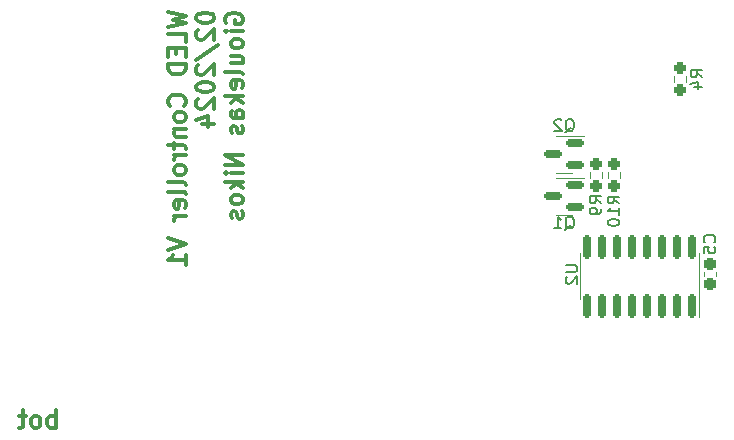
<source format=gbo>
G04 #@! TF.GenerationSoftware,KiCad,Pcbnew,7.0.10*
G04 #@! TF.CreationDate,2024-02-23T22:27:58+01:00*
G04 #@! TF.ProjectId,WLED_Controller,574c4544-5f43-46f6-9e74-726f6c6c6572,rev?*
G04 #@! TF.SameCoordinates,Original*
G04 #@! TF.FileFunction,Legend,Bot*
G04 #@! TF.FilePolarity,Positive*
%FSLAX46Y46*%
G04 Gerber Fmt 4.6, Leading zero omitted, Abs format (unit mm)*
G04 Created by KiCad (PCBNEW 7.0.10) date 2024-02-23 22:27:58*
%MOMM*%
%LPD*%
G01*
G04 APERTURE LIST*
G04 Aperture macros list*
%AMRoundRect*
0 Rectangle with rounded corners*
0 $1 Rounding radius*
0 $2 $3 $4 $5 $6 $7 $8 $9 X,Y pos of 4 corners*
0 Add a 4 corners polygon primitive as box body*
4,1,4,$2,$3,$4,$5,$6,$7,$8,$9,$2,$3,0*
0 Add four circle primitives for the rounded corners*
1,1,$1+$1,$2,$3*
1,1,$1+$1,$4,$5*
1,1,$1+$1,$6,$7*
1,1,$1+$1,$8,$9*
0 Add four rect primitives between the rounded corners*
20,1,$1+$1,$2,$3,$4,$5,0*
20,1,$1+$1,$4,$5,$6,$7,0*
20,1,$1+$1,$6,$7,$8,$9,0*
20,1,$1+$1,$8,$9,$2,$3,0*%
G04 Aperture macros list end*
%ADD10C,0.300000*%
%ADD11C,0.150000*%
%ADD12C,0.120000*%
%ADD13R,1.500000X3.000000*%
%ADD14O,1.500000X3.000000*%
%ADD15C,2.000000*%
%ADD16R,3.000000X1.500000*%
%ADD17O,3.000000X1.500000*%
%ADD18R,1.100000X1.800000*%
%ADD19RoundRect,0.275000X0.275000X0.625000X-0.275000X0.625000X-0.275000X-0.625000X0.275000X-0.625000X0*%
%ADD20C,0.650000*%
%ADD21O,1.000000X2.100000*%
%ADD22O,1.000000X1.800000*%
%ADD23C,1.524000*%
%ADD24RoundRect,0.237500X-0.237500X0.250000X-0.237500X-0.250000X0.237500X-0.250000X0.237500X0.250000X0*%
%ADD25RoundRect,0.150000X0.150000X-0.825000X0.150000X0.825000X-0.150000X0.825000X-0.150000X-0.825000X0*%
%ADD26RoundRect,0.150000X0.587500X0.150000X-0.587500X0.150000X-0.587500X-0.150000X0.587500X-0.150000X0*%
%ADD27RoundRect,0.237500X0.237500X-0.250000X0.237500X0.250000X-0.237500X0.250000X-0.237500X-0.250000X0*%
%ADD28RoundRect,0.237500X-0.237500X0.300000X-0.237500X-0.300000X0.237500X-0.300000X0.237500X0.300000X0*%
G04 APERTURE END LIST*
D10*
X15822828Y36672346D02*
X17322828Y36315203D01*
X17322828Y36315203D02*
X16251400Y36029489D01*
X16251400Y36029489D02*
X17322828Y35743774D01*
X17322828Y35743774D02*
X15822828Y35386632D01*
X17322828Y34100917D02*
X17322828Y34815203D01*
X17322828Y34815203D02*
X15822828Y34815203D01*
X16537114Y33600917D02*
X16537114Y33100917D01*
X17322828Y32886631D02*
X17322828Y33600917D01*
X17322828Y33600917D02*
X15822828Y33600917D01*
X15822828Y33600917D02*
X15822828Y32886631D01*
X17322828Y32243774D02*
X15822828Y32243774D01*
X15822828Y32243774D02*
X15822828Y31886631D01*
X15822828Y31886631D02*
X15894257Y31672345D01*
X15894257Y31672345D02*
X16037114Y31529488D01*
X16037114Y31529488D02*
X16179971Y31458059D01*
X16179971Y31458059D02*
X16465685Y31386631D01*
X16465685Y31386631D02*
X16679971Y31386631D01*
X16679971Y31386631D02*
X16965685Y31458059D01*
X16965685Y31458059D02*
X17108542Y31529488D01*
X17108542Y31529488D02*
X17251400Y31672345D01*
X17251400Y31672345D02*
X17322828Y31886631D01*
X17322828Y31886631D02*
X17322828Y32243774D01*
X17179971Y28743774D02*
X17251400Y28815202D01*
X17251400Y28815202D02*
X17322828Y29029488D01*
X17322828Y29029488D02*
X17322828Y29172345D01*
X17322828Y29172345D02*
X17251400Y29386631D01*
X17251400Y29386631D02*
X17108542Y29529488D01*
X17108542Y29529488D02*
X16965685Y29600917D01*
X16965685Y29600917D02*
X16679971Y29672345D01*
X16679971Y29672345D02*
X16465685Y29672345D01*
X16465685Y29672345D02*
X16179971Y29600917D01*
X16179971Y29600917D02*
X16037114Y29529488D01*
X16037114Y29529488D02*
X15894257Y29386631D01*
X15894257Y29386631D02*
X15822828Y29172345D01*
X15822828Y29172345D02*
X15822828Y29029488D01*
X15822828Y29029488D02*
X15894257Y28815202D01*
X15894257Y28815202D02*
X15965685Y28743774D01*
X17322828Y27886631D02*
X17251400Y28029488D01*
X17251400Y28029488D02*
X17179971Y28100917D01*
X17179971Y28100917D02*
X17037114Y28172345D01*
X17037114Y28172345D02*
X16608542Y28172345D01*
X16608542Y28172345D02*
X16465685Y28100917D01*
X16465685Y28100917D02*
X16394257Y28029488D01*
X16394257Y28029488D02*
X16322828Y27886631D01*
X16322828Y27886631D02*
X16322828Y27672345D01*
X16322828Y27672345D02*
X16394257Y27529488D01*
X16394257Y27529488D02*
X16465685Y27458060D01*
X16465685Y27458060D02*
X16608542Y27386631D01*
X16608542Y27386631D02*
X17037114Y27386631D01*
X17037114Y27386631D02*
X17179971Y27458060D01*
X17179971Y27458060D02*
X17251400Y27529488D01*
X17251400Y27529488D02*
X17322828Y27672345D01*
X17322828Y27672345D02*
X17322828Y27886631D01*
X16322828Y26743774D02*
X17322828Y26743774D01*
X16465685Y26743774D02*
X16394257Y26672345D01*
X16394257Y26672345D02*
X16322828Y26529488D01*
X16322828Y26529488D02*
X16322828Y26315202D01*
X16322828Y26315202D02*
X16394257Y26172345D01*
X16394257Y26172345D02*
X16537114Y26100917D01*
X16537114Y26100917D02*
X17322828Y26100917D01*
X16322828Y25600916D02*
X16322828Y25029488D01*
X15822828Y25386631D02*
X17108542Y25386631D01*
X17108542Y25386631D02*
X17251400Y25315202D01*
X17251400Y25315202D02*
X17322828Y25172345D01*
X17322828Y25172345D02*
X17322828Y25029488D01*
X17322828Y24529488D02*
X16322828Y24529488D01*
X16608542Y24529488D02*
X16465685Y24458059D01*
X16465685Y24458059D02*
X16394257Y24386631D01*
X16394257Y24386631D02*
X16322828Y24243773D01*
X16322828Y24243773D02*
X16322828Y24100916D01*
X17322828Y23386631D02*
X17251400Y23529488D01*
X17251400Y23529488D02*
X17179971Y23600917D01*
X17179971Y23600917D02*
X17037114Y23672345D01*
X17037114Y23672345D02*
X16608542Y23672345D01*
X16608542Y23672345D02*
X16465685Y23600917D01*
X16465685Y23600917D02*
X16394257Y23529488D01*
X16394257Y23529488D02*
X16322828Y23386631D01*
X16322828Y23386631D02*
X16322828Y23172345D01*
X16322828Y23172345D02*
X16394257Y23029488D01*
X16394257Y23029488D02*
X16465685Y22958060D01*
X16465685Y22958060D02*
X16608542Y22886631D01*
X16608542Y22886631D02*
X17037114Y22886631D01*
X17037114Y22886631D02*
X17179971Y22958060D01*
X17179971Y22958060D02*
X17251400Y23029488D01*
X17251400Y23029488D02*
X17322828Y23172345D01*
X17322828Y23172345D02*
X17322828Y23386631D01*
X17322828Y22029488D02*
X17251400Y22172345D01*
X17251400Y22172345D02*
X17108542Y22243774D01*
X17108542Y22243774D02*
X15822828Y22243774D01*
X17322828Y21243774D02*
X17251400Y21386631D01*
X17251400Y21386631D02*
X17108542Y21458060D01*
X17108542Y21458060D02*
X15822828Y21458060D01*
X17251400Y20100917D02*
X17322828Y20243774D01*
X17322828Y20243774D02*
X17322828Y20529489D01*
X17322828Y20529489D02*
X17251400Y20672346D01*
X17251400Y20672346D02*
X17108542Y20743774D01*
X17108542Y20743774D02*
X16537114Y20743774D01*
X16537114Y20743774D02*
X16394257Y20672346D01*
X16394257Y20672346D02*
X16322828Y20529489D01*
X16322828Y20529489D02*
X16322828Y20243774D01*
X16322828Y20243774D02*
X16394257Y20100917D01*
X16394257Y20100917D02*
X16537114Y20029489D01*
X16537114Y20029489D02*
X16679971Y20029489D01*
X16679971Y20029489D02*
X16822828Y20743774D01*
X17322828Y19386632D02*
X16322828Y19386632D01*
X16608542Y19386632D02*
X16465685Y19315203D01*
X16465685Y19315203D02*
X16394257Y19243775D01*
X16394257Y19243775D02*
X16322828Y19100917D01*
X16322828Y19100917D02*
X16322828Y18958060D01*
X15822828Y17529489D02*
X17322828Y17029489D01*
X17322828Y17029489D02*
X15822828Y16529489D01*
X17322828Y15243775D02*
X17322828Y16100918D01*
X17322828Y15672347D02*
X15822828Y15672347D01*
X15822828Y15672347D02*
X16037114Y15815204D01*
X16037114Y15815204D02*
X16179971Y15958061D01*
X16179971Y15958061D02*
X16251400Y16100918D01*
X18237828Y36243774D02*
X18237828Y36100917D01*
X18237828Y36100917D02*
X18309257Y35958060D01*
X18309257Y35958060D02*
X18380685Y35886632D01*
X18380685Y35886632D02*
X18523542Y35815203D01*
X18523542Y35815203D02*
X18809257Y35743774D01*
X18809257Y35743774D02*
X19166400Y35743774D01*
X19166400Y35743774D02*
X19452114Y35815203D01*
X19452114Y35815203D02*
X19594971Y35886632D01*
X19594971Y35886632D02*
X19666400Y35958060D01*
X19666400Y35958060D02*
X19737828Y36100917D01*
X19737828Y36100917D02*
X19737828Y36243774D01*
X19737828Y36243774D02*
X19666400Y36386632D01*
X19666400Y36386632D02*
X19594971Y36458060D01*
X19594971Y36458060D02*
X19452114Y36529489D01*
X19452114Y36529489D02*
X19166400Y36600917D01*
X19166400Y36600917D02*
X18809257Y36600917D01*
X18809257Y36600917D02*
X18523542Y36529489D01*
X18523542Y36529489D02*
X18380685Y36458060D01*
X18380685Y36458060D02*
X18309257Y36386632D01*
X18309257Y36386632D02*
X18237828Y36243774D01*
X18380685Y35172346D02*
X18309257Y35100918D01*
X18309257Y35100918D02*
X18237828Y34958061D01*
X18237828Y34958061D02*
X18237828Y34600918D01*
X18237828Y34600918D02*
X18309257Y34458061D01*
X18309257Y34458061D02*
X18380685Y34386632D01*
X18380685Y34386632D02*
X18523542Y34315203D01*
X18523542Y34315203D02*
X18666400Y34315203D01*
X18666400Y34315203D02*
X18880685Y34386632D01*
X18880685Y34386632D02*
X19737828Y35243775D01*
X19737828Y35243775D02*
X19737828Y34315203D01*
X18166400Y32600918D02*
X20094971Y33886632D01*
X18380685Y32172346D02*
X18309257Y32100918D01*
X18309257Y32100918D02*
X18237828Y31958061D01*
X18237828Y31958061D02*
X18237828Y31600918D01*
X18237828Y31600918D02*
X18309257Y31458061D01*
X18309257Y31458061D02*
X18380685Y31386632D01*
X18380685Y31386632D02*
X18523542Y31315203D01*
X18523542Y31315203D02*
X18666400Y31315203D01*
X18666400Y31315203D02*
X18880685Y31386632D01*
X18880685Y31386632D02*
X19737828Y32243775D01*
X19737828Y32243775D02*
X19737828Y31315203D01*
X18237828Y30386632D02*
X18237828Y30243775D01*
X18237828Y30243775D02*
X18309257Y30100918D01*
X18309257Y30100918D02*
X18380685Y30029490D01*
X18380685Y30029490D02*
X18523542Y29958061D01*
X18523542Y29958061D02*
X18809257Y29886632D01*
X18809257Y29886632D02*
X19166400Y29886632D01*
X19166400Y29886632D02*
X19452114Y29958061D01*
X19452114Y29958061D02*
X19594971Y30029490D01*
X19594971Y30029490D02*
X19666400Y30100918D01*
X19666400Y30100918D02*
X19737828Y30243775D01*
X19737828Y30243775D02*
X19737828Y30386632D01*
X19737828Y30386632D02*
X19666400Y30529490D01*
X19666400Y30529490D02*
X19594971Y30600918D01*
X19594971Y30600918D02*
X19452114Y30672347D01*
X19452114Y30672347D02*
X19166400Y30743775D01*
X19166400Y30743775D02*
X18809257Y30743775D01*
X18809257Y30743775D02*
X18523542Y30672347D01*
X18523542Y30672347D02*
X18380685Y30600918D01*
X18380685Y30600918D02*
X18309257Y30529490D01*
X18309257Y30529490D02*
X18237828Y30386632D01*
X18380685Y29315204D02*
X18309257Y29243776D01*
X18309257Y29243776D02*
X18237828Y29100919D01*
X18237828Y29100919D02*
X18237828Y28743776D01*
X18237828Y28743776D02*
X18309257Y28600919D01*
X18309257Y28600919D02*
X18380685Y28529490D01*
X18380685Y28529490D02*
X18523542Y28458061D01*
X18523542Y28458061D02*
X18666400Y28458061D01*
X18666400Y28458061D02*
X18880685Y28529490D01*
X18880685Y28529490D02*
X19737828Y29386633D01*
X19737828Y29386633D02*
X19737828Y28458061D01*
X18737828Y27172348D02*
X19737828Y27172348D01*
X18166400Y27529490D02*
X19237828Y27886633D01*
X19237828Y27886633D02*
X19237828Y26958062D01*
X20724257Y35743774D02*
X20652828Y35886632D01*
X20652828Y35886632D02*
X20652828Y36100917D01*
X20652828Y36100917D02*
X20724257Y36315203D01*
X20724257Y36315203D02*
X20867114Y36458060D01*
X20867114Y36458060D02*
X21009971Y36529489D01*
X21009971Y36529489D02*
X21295685Y36600917D01*
X21295685Y36600917D02*
X21509971Y36600917D01*
X21509971Y36600917D02*
X21795685Y36529489D01*
X21795685Y36529489D02*
X21938542Y36458060D01*
X21938542Y36458060D02*
X22081400Y36315203D01*
X22081400Y36315203D02*
X22152828Y36100917D01*
X22152828Y36100917D02*
X22152828Y35958060D01*
X22152828Y35958060D02*
X22081400Y35743774D01*
X22081400Y35743774D02*
X22009971Y35672346D01*
X22009971Y35672346D02*
X21509971Y35672346D01*
X21509971Y35672346D02*
X21509971Y35958060D01*
X22152828Y35029489D02*
X21152828Y35029489D01*
X20652828Y35029489D02*
X20724257Y35100917D01*
X20724257Y35100917D02*
X20795685Y35029489D01*
X20795685Y35029489D02*
X20724257Y34958060D01*
X20724257Y34958060D02*
X20652828Y35029489D01*
X20652828Y35029489D02*
X20795685Y35029489D01*
X22152828Y34100917D02*
X22081400Y34243774D01*
X22081400Y34243774D02*
X22009971Y34315203D01*
X22009971Y34315203D02*
X21867114Y34386631D01*
X21867114Y34386631D02*
X21438542Y34386631D01*
X21438542Y34386631D02*
X21295685Y34315203D01*
X21295685Y34315203D02*
X21224257Y34243774D01*
X21224257Y34243774D02*
X21152828Y34100917D01*
X21152828Y34100917D02*
X21152828Y33886631D01*
X21152828Y33886631D02*
X21224257Y33743774D01*
X21224257Y33743774D02*
X21295685Y33672346D01*
X21295685Y33672346D02*
X21438542Y33600917D01*
X21438542Y33600917D02*
X21867114Y33600917D01*
X21867114Y33600917D02*
X22009971Y33672346D01*
X22009971Y33672346D02*
X22081400Y33743774D01*
X22081400Y33743774D02*
X22152828Y33886631D01*
X22152828Y33886631D02*
X22152828Y34100917D01*
X21152828Y32315203D02*
X22152828Y32315203D01*
X21152828Y32958060D02*
X21938542Y32958060D01*
X21938542Y32958060D02*
X22081400Y32886631D01*
X22081400Y32886631D02*
X22152828Y32743774D01*
X22152828Y32743774D02*
X22152828Y32529488D01*
X22152828Y32529488D02*
X22081400Y32386631D01*
X22081400Y32386631D02*
X22009971Y32315203D01*
X22152828Y31386631D02*
X22081400Y31529488D01*
X22081400Y31529488D02*
X21938542Y31600917D01*
X21938542Y31600917D02*
X20652828Y31600917D01*
X22081400Y30243774D02*
X22152828Y30386631D01*
X22152828Y30386631D02*
X22152828Y30672346D01*
X22152828Y30672346D02*
X22081400Y30815203D01*
X22081400Y30815203D02*
X21938542Y30886631D01*
X21938542Y30886631D02*
X21367114Y30886631D01*
X21367114Y30886631D02*
X21224257Y30815203D01*
X21224257Y30815203D02*
X21152828Y30672346D01*
X21152828Y30672346D02*
X21152828Y30386631D01*
X21152828Y30386631D02*
X21224257Y30243774D01*
X21224257Y30243774D02*
X21367114Y30172346D01*
X21367114Y30172346D02*
X21509971Y30172346D01*
X21509971Y30172346D02*
X21652828Y30886631D01*
X22152828Y29529489D02*
X20652828Y29529489D01*
X21581400Y29386632D02*
X22152828Y28958060D01*
X21152828Y28958060D02*
X21724257Y29529489D01*
X22152828Y27672346D02*
X21367114Y27672346D01*
X21367114Y27672346D02*
X21224257Y27743774D01*
X21224257Y27743774D02*
X21152828Y27886631D01*
X21152828Y27886631D02*
X21152828Y28172346D01*
X21152828Y28172346D02*
X21224257Y28315203D01*
X22081400Y27672346D02*
X22152828Y27815203D01*
X22152828Y27815203D02*
X22152828Y28172346D01*
X22152828Y28172346D02*
X22081400Y28315203D01*
X22081400Y28315203D02*
X21938542Y28386631D01*
X21938542Y28386631D02*
X21795685Y28386631D01*
X21795685Y28386631D02*
X21652828Y28315203D01*
X21652828Y28315203D02*
X21581400Y28172346D01*
X21581400Y28172346D02*
X21581400Y27815203D01*
X21581400Y27815203D02*
X21509971Y27672346D01*
X22081400Y27029488D02*
X22152828Y26886631D01*
X22152828Y26886631D02*
X22152828Y26600917D01*
X22152828Y26600917D02*
X22081400Y26458060D01*
X22081400Y26458060D02*
X21938542Y26386631D01*
X21938542Y26386631D02*
X21867114Y26386631D01*
X21867114Y26386631D02*
X21724257Y26458060D01*
X21724257Y26458060D02*
X21652828Y26600917D01*
X21652828Y26600917D02*
X21652828Y26815203D01*
X21652828Y26815203D02*
X21581400Y26958060D01*
X21581400Y26958060D02*
X21438542Y27029488D01*
X21438542Y27029488D02*
X21367114Y27029488D01*
X21367114Y27029488D02*
X21224257Y26958060D01*
X21224257Y26958060D02*
X21152828Y26815203D01*
X21152828Y26815203D02*
X21152828Y26600917D01*
X21152828Y26600917D02*
X21224257Y26458060D01*
X22152828Y24600917D02*
X20652828Y24600917D01*
X20652828Y24600917D02*
X22152828Y23743774D01*
X22152828Y23743774D02*
X20652828Y23743774D01*
X22152828Y23029488D02*
X21152828Y23029488D01*
X20652828Y23029488D02*
X20724257Y23100916D01*
X20724257Y23100916D02*
X20795685Y23029488D01*
X20795685Y23029488D02*
X20724257Y22958059D01*
X20724257Y22958059D02*
X20652828Y23029488D01*
X20652828Y23029488D02*
X20795685Y23029488D01*
X22152828Y22315202D02*
X20652828Y22315202D01*
X21581400Y22172345D02*
X22152828Y21743773D01*
X21152828Y21743773D02*
X21724257Y22315202D01*
X22152828Y20886630D02*
X22081400Y21029487D01*
X22081400Y21029487D02*
X22009971Y21100916D01*
X22009971Y21100916D02*
X21867114Y21172344D01*
X21867114Y21172344D02*
X21438542Y21172344D01*
X21438542Y21172344D02*
X21295685Y21100916D01*
X21295685Y21100916D02*
X21224257Y21029487D01*
X21224257Y21029487D02*
X21152828Y20886630D01*
X21152828Y20886630D02*
X21152828Y20672344D01*
X21152828Y20672344D02*
X21224257Y20529487D01*
X21224257Y20529487D02*
X21295685Y20458059D01*
X21295685Y20458059D02*
X21438542Y20386630D01*
X21438542Y20386630D02*
X21867114Y20386630D01*
X21867114Y20386630D02*
X22009971Y20458059D01*
X22009971Y20458059D02*
X22081400Y20529487D01*
X22081400Y20529487D02*
X22152828Y20672344D01*
X22152828Y20672344D02*
X22152828Y20886630D01*
X22081400Y19815201D02*
X22152828Y19672344D01*
X22152828Y19672344D02*
X22152828Y19386630D01*
X22152828Y19386630D02*
X22081400Y19243773D01*
X22081400Y19243773D02*
X21938542Y19172344D01*
X21938542Y19172344D02*
X21867114Y19172344D01*
X21867114Y19172344D02*
X21724257Y19243773D01*
X21724257Y19243773D02*
X21652828Y19386630D01*
X21652828Y19386630D02*
X21652828Y19600916D01*
X21652828Y19600916D02*
X21581400Y19743773D01*
X21581400Y19743773D02*
X21438542Y19815201D01*
X21438542Y19815201D02*
X21367114Y19815201D01*
X21367114Y19815201D02*
X21224257Y19743773D01*
X21224257Y19743773D02*
X21152828Y19600916D01*
X21152828Y19600916D02*
X21152828Y19386630D01*
X21152828Y19386630D02*
X21224257Y19243773D01*
X6303489Y1469171D02*
X6303489Y2969171D01*
X6303489Y2397742D02*
X6160632Y2469171D01*
X6160632Y2469171D02*
X5874917Y2469171D01*
X5874917Y2469171D02*
X5732060Y2397742D01*
X5732060Y2397742D02*
X5660632Y2326314D01*
X5660632Y2326314D02*
X5589203Y2183457D01*
X5589203Y2183457D02*
X5589203Y1754885D01*
X5589203Y1754885D02*
X5660632Y1612028D01*
X5660632Y1612028D02*
X5732060Y1540600D01*
X5732060Y1540600D02*
X5874917Y1469171D01*
X5874917Y1469171D02*
X6160632Y1469171D01*
X6160632Y1469171D02*
X6303489Y1540600D01*
X4732060Y1469171D02*
X4874917Y1540600D01*
X4874917Y1540600D02*
X4946346Y1612028D01*
X4946346Y1612028D02*
X5017774Y1754885D01*
X5017774Y1754885D02*
X5017774Y2183457D01*
X5017774Y2183457D02*
X4946346Y2326314D01*
X4946346Y2326314D02*
X4874917Y2397742D01*
X4874917Y2397742D02*
X4732060Y2469171D01*
X4732060Y2469171D02*
X4517774Y2469171D01*
X4517774Y2469171D02*
X4374917Y2397742D01*
X4374917Y2397742D02*
X4303489Y2326314D01*
X4303489Y2326314D02*
X4232060Y2183457D01*
X4232060Y2183457D02*
X4232060Y1754885D01*
X4232060Y1754885D02*
X4303489Y1612028D01*
X4303489Y1612028D02*
X4374917Y1540600D01*
X4374917Y1540600D02*
X4517774Y1469171D01*
X4517774Y1469171D02*
X4732060Y1469171D01*
X3803488Y2469171D02*
X3232060Y2469171D01*
X3589203Y2969171D02*
X3589203Y1683457D01*
X3589203Y1683457D02*
X3517774Y1540600D01*
X3517774Y1540600D02*
X3374917Y1469171D01*
X3374917Y1469171D02*
X3232060Y1469171D01*
D11*
X52524819Y20486666D02*
X52048628Y20819999D01*
X52524819Y21058094D02*
X51524819Y21058094D01*
X51524819Y21058094D02*
X51524819Y20677142D01*
X51524819Y20677142D02*
X51572438Y20581904D01*
X51572438Y20581904D02*
X51620057Y20534285D01*
X51620057Y20534285D02*
X51715295Y20486666D01*
X51715295Y20486666D02*
X51858152Y20486666D01*
X51858152Y20486666D02*
X51953390Y20534285D01*
X51953390Y20534285D02*
X52001009Y20581904D01*
X52001009Y20581904D02*
X52048628Y20677142D01*
X52048628Y20677142D02*
X52048628Y21058094D01*
X52524819Y20010475D02*
X52524819Y19819999D01*
X52524819Y19819999D02*
X52477200Y19724761D01*
X52477200Y19724761D02*
X52429580Y19677142D01*
X52429580Y19677142D02*
X52286723Y19581904D01*
X52286723Y19581904D02*
X52096247Y19534285D01*
X52096247Y19534285D02*
X51715295Y19534285D01*
X51715295Y19534285D02*
X51620057Y19581904D01*
X51620057Y19581904D02*
X51572438Y19629523D01*
X51572438Y19629523D02*
X51524819Y19724761D01*
X51524819Y19724761D02*
X51524819Y19915237D01*
X51524819Y19915237D02*
X51572438Y20010475D01*
X51572438Y20010475D02*
X51620057Y20058094D01*
X51620057Y20058094D02*
X51715295Y20105713D01*
X51715295Y20105713D02*
X51953390Y20105713D01*
X51953390Y20105713D02*
X52048628Y20058094D01*
X52048628Y20058094D02*
X52096247Y20010475D01*
X52096247Y20010475D02*
X52143866Y19915237D01*
X52143866Y19915237D02*
X52143866Y19724761D01*
X52143866Y19724761D02*
X52096247Y19629523D01*
X52096247Y19629523D02*
X52048628Y19581904D01*
X52048628Y19581904D02*
X51953390Y19534285D01*
X49492819Y15239904D02*
X50302342Y15239904D01*
X50302342Y15239904D02*
X50397580Y15192285D01*
X50397580Y15192285D02*
X50445200Y15144666D01*
X50445200Y15144666D02*
X50492819Y15049428D01*
X50492819Y15049428D02*
X50492819Y14858952D01*
X50492819Y14858952D02*
X50445200Y14763714D01*
X50445200Y14763714D02*
X50397580Y14716095D01*
X50397580Y14716095D02*
X50302342Y14668476D01*
X50302342Y14668476D02*
X49492819Y14668476D01*
X49588057Y14239904D02*
X49540438Y14192285D01*
X49540438Y14192285D02*
X49492819Y14097047D01*
X49492819Y14097047D02*
X49492819Y13858952D01*
X49492819Y13858952D02*
X49540438Y13763714D01*
X49540438Y13763714D02*
X49588057Y13716095D01*
X49588057Y13716095D02*
X49683295Y13668476D01*
X49683295Y13668476D02*
X49778533Y13668476D01*
X49778533Y13668476D02*
X49921390Y13716095D01*
X49921390Y13716095D02*
X50492819Y14287523D01*
X50492819Y14287523D02*
X50492819Y13668476D01*
X49449738Y18245942D02*
X49544976Y18293561D01*
X49544976Y18293561D02*
X49640214Y18388800D01*
X49640214Y18388800D02*
X49783071Y18531657D01*
X49783071Y18531657D02*
X49878309Y18579276D01*
X49878309Y18579276D02*
X49973547Y18579276D01*
X49925928Y18341180D02*
X50021166Y18388800D01*
X50021166Y18388800D02*
X50116404Y18484038D01*
X50116404Y18484038D02*
X50164023Y18674514D01*
X50164023Y18674514D02*
X50164023Y19007847D01*
X50164023Y19007847D02*
X50116404Y19198323D01*
X50116404Y19198323D02*
X50021166Y19293561D01*
X50021166Y19293561D02*
X49925928Y19341180D01*
X49925928Y19341180D02*
X49735452Y19341180D01*
X49735452Y19341180D02*
X49640214Y19293561D01*
X49640214Y19293561D02*
X49544976Y19198323D01*
X49544976Y19198323D02*
X49497357Y19007847D01*
X49497357Y19007847D02*
X49497357Y18674514D01*
X49497357Y18674514D02*
X49544976Y18484038D01*
X49544976Y18484038D02*
X49640214Y18388800D01*
X49640214Y18388800D02*
X49735452Y18341180D01*
X49735452Y18341180D02*
X49925928Y18341180D01*
X48544976Y18341180D02*
X49116404Y18341180D01*
X48830690Y18341180D02*
X48830690Y19341180D01*
X48830690Y19341180D02*
X48925928Y19198323D01*
X48925928Y19198323D02*
X49021166Y19103085D01*
X49021166Y19103085D02*
X49116404Y19055466D01*
X54048819Y20454857D02*
X53572628Y20788190D01*
X54048819Y21026285D02*
X53048819Y21026285D01*
X53048819Y21026285D02*
X53048819Y20645333D01*
X53048819Y20645333D02*
X53096438Y20550095D01*
X53096438Y20550095D02*
X53144057Y20502476D01*
X53144057Y20502476D02*
X53239295Y20454857D01*
X53239295Y20454857D02*
X53382152Y20454857D01*
X53382152Y20454857D02*
X53477390Y20502476D01*
X53477390Y20502476D02*
X53525009Y20550095D01*
X53525009Y20550095D02*
X53572628Y20645333D01*
X53572628Y20645333D02*
X53572628Y21026285D01*
X54048819Y19502476D02*
X54048819Y20073904D01*
X54048819Y19788190D02*
X53048819Y19788190D01*
X53048819Y19788190D02*
X53191676Y19883428D01*
X53191676Y19883428D02*
X53286914Y19978666D01*
X53286914Y19978666D02*
X53334533Y20073904D01*
X53048819Y18883428D02*
X53048819Y18788190D01*
X53048819Y18788190D02*
X53096438Y18692952D01*
X53096438Y18692952D02*
X53144057Y18645333D01*
X53144057Y18645333D02*
X53239295Y18597714D01*
X53239295Y18597714D02*
X53429771Y18550095D01*
X53429771Y18550095D02*
X53667866Y18550095D01*
X53667866Y18550095D02*
X53858342Y18597714D01*
X53858342Y18597714D02*
X53953580Y18645333D01*
X53953580Y18645333D02*
X54001200Y18692952D01*
X54001200Y18692952D02*
X54048819Y18788190D01*
X54048819Y18788190D02*
X54048819Y18883428D01*
X54048819Y18883428D02*
X54001200Y18978666D01*
X54001200Y18978666D02*
X53953580Y19026285D01*
X53953580Y19026285D02*
X53858342Y19073904D01*
X53858342Y19073904D02*
X53667866Y19121523D01*
X53667866Y19121523D02*
X53429771Y19121523D01*
X53429771Y19121523D02*
X53239295Y19073904D01*
X53239295Y19073904D02*
X53144057Y19026285D01*
X53144057Y19026285D02*
X53096438Y18978666D01*
X53096438Y18978666D02*
X53048819Y18883428D01*
X49449738Y26487942D02*
X49544976Y26535561D01*
X49544976Y26535561D02*
X49640214Y26630800D01*
X49640214Y26630800D02*
X49783071Y26773657D01*
X49783071Y26773657D02*
X49878309Y26821276D01*
X49878309Y26821276D02*
X49973547Y26821276D01*
X49925928Y26583180D02*
X50021166Y26630800D01*
X50021166Y26630800D02*
X50116404Y26726038D01*
X50116404Y26726038D02*
X50164023Y26916514D01*
X50164023Y26916514D02*
X50164023Y27249847D01*
X50164023Y27249847D02*
X50116404Y27440323D01*
X50116404Y27440323D02*
X50021166Y27535561D01*
X50021166Y27535561D02*
X49925928Y27583180D01*
X49925928Y27583180D02*
X49735452Y27583180D01*
X49735452Y27583180D02*
X49640214Y27535561D01*
X49640214Y27535561D02*
X49544976Y27440323D01*
X49544976Y27440323D02*
X49497357Y27249847D01*
X49497357Y27249847D02*
X49497357Y26916514D01*
X49497357Y26916514D02*
X49544976Y26726038D01*
X49544976Y26726038D02*
X49640214Y26630800D01*
X49640214Y26630800D02*
X49735452Y26583180D01*
X49735452Y26583180D02*
X49925928Y26583180D01*
X49116404Y27487942D02*
X49068785Y27535561D01*
X49068785Y27535561D02*
X48973547Y27583180D01*
X48973547Y27583180D02*
X48735452Y27583180D01*
X48735452Y27583180D02*
X48640214Y27535561D01*
X48640214Y27535561D02*
X48592595Y27487942D01*
X48592595Y27487942D02*
X48544976Y27392704D01*
X48544976Y27392704D02*
X48544976Y27297466D01*
X48544976Y27297466D02*
X48592595Y27154609D01*
X48592595Y27154609D02*
X49164023Y26583180D01*
X49164023Y26583180D02*
X48544976Y26583180D01*
X62081580Y17184666D02*
X62129200Y17232285D01*
X62129200Y17232285D02*
X62176819Y17375142D01*
X62176819Y17375142D02*
X62176819Y17470380D01*
X62176819Y17470380D02*
X62129200Y17613237D01*
X62129200Y17613237D02*
X62033961Y17708475D01*
X62033961Y17708475D02*
X61938723Y17756094D01*
X61938723Y17756094D02*
X61748247Y17803713D01*
X61748247Y17803713D02*
X61605390Y17803713D01*
X61605390Y17803713D02*
X61414914Y17756094D01*
X61414914Y17756094D02*
X61319676Y17708475D01*
X61319676Y17708475D02*
X61224438Y17613237D01*
X61224438Y17613237D02*
X61176819Y17470380D01*
X61176819Y17470380D02*
X61176819Y17375142D01*
X61176819Y17375142D02*
X61224438Y17232285D01*
X61224438Y17232285D02*
X61272057Y17184666D01*
X61176819Y16279904D02*
X61176819Y16756094D01*
X61176819Y16756094D02*
X61653009Y16803713D01*
X61653009Y16803713D02*
X61605390Y16756094D01*
X61605390Y16756094D02*
X61557771Y16660856D01*
X61557771Y16660856D02*
X61557771Y16422761D01*
X61557771Y16422761D02*
X61605390Y16327523D01*
X61605390Y16327523D02*
X61653009Y16279904D01*
X61653009Y16279904D02*
X61748247Y16232285D01*
X61748247Y16232285D02*
X61986342Y16232285D01*
X61986342Y16232285D02*
X62081580Y16279904D01*
X62081580Y16279904D02*
X62129200Y16327523D01*
X62129200Y16327523D02*
X62176819Y16422761D01*
X62176819Y16422761D02*
X62176819Y16660856D01*
X62176819Y16660856D02*
X62129200Y16756094D01*
X62129200Y16756094D02*
X62081580Y16803713D01*
X61066819Y31154666D02*
X60590628Y31487999D01*
X61066819Y31726094D02*
X60066819Y31726094D01*
X60066819Y31726094D02*
X60066819Y31345142D01*
X60066819Y31345142D02*
X60114438Y31249904D01*
X60114438Y31249904D02*
X60162057Y31202285D01*
X60162057Y31202285D02*
X60257295Y31154666D01*
X60257295Y31154666D02*
X60400152Y31154666D01*
X60400152Y31154666D02*
X60495390Y31202285D01*
X60495390Y31202285D02*
X60543009Y31249904D01*
X60543009Y31249904D02*
X60590628Y31345142D01*
X60590628Y31345142D02*
X60590628Y31726094D01*
X60400152Y30297523D02*
X61066819Y30297523D01*
X60019200Y30535618D02*
X60733485Y30773713D01*
X60733485Y30773713D02*
X60733485Y30154666D01*
D12*
X52592500Y23114724D02*
X52592500Y22605276D01*
X51547500Y23114724D02*
X51547500Y22605276D01*
X50693000Y14289000D02*
X50693000Y12339000D01*
X50693000Y14289000D02*
X50693000Y16239000D01*
X60813000Y14289000D02*
X60813000Y10839000D01*
X60813000Y14289000D02*
X60813000Y16239000D01*
X49354500Y19522000D02*
X50004500Y19522000D01*
X49354500Y19522000D02*
X48704500Y19522000D01*
X49354500Y22642000D02*
X51029500Y22642000D01*
X49354500Y22642000D02*
X48704500Y22642000D01*
X53071500Y22605276D02*
X53071500Y23114724D01*
X54116500Y22605276D02*
X54116500Y23114724D01*
X49354500Y23078000D02*
X50004500Y23078000D01*
X49354500Y23078000D02*
X48704500Y23078000D01*
X49354500Y26198000D02*
X51029500Y26198000D01*
X49354500Y26198000D02*
X48704500Y26198000D01*
X62232000Y14624267D02*
X62232000Y14331733D01*
X61212000Y14624267D02*
X61212000Y14331733D01*
X58659500Y30733276D02*
X58659500Y31242724D01*
X59704500Y30733276D02*
X59704500Y31242724D01*
%LPC*%
D13*
X36576000Y40640000D03*
X36576000Y45640000D03*
D14*
X31576000Y40640000D03*
X31576000Y45640000D03*
D13*
X30894000Y9652000D03*
X30894000Y4652000D03*
D14*
X35894000Y9652000D03*
X35894000Y4652000D03*
X40894000Y9652000D03*
X40894000Y4652000D03*
D15*
X34902000Y28194000D03*
X41402000Y28194000D03*
X34902000Y23694000D03*
X41402000Y23694000D03*
D13*
X12352000Y9652000D03*
X12352000Y4652000D03*
D14*
X17352000Y9652000D03*
X17352000Y4652000D03*
X22352000Y9652000D03*
X22352000Y4652000D03*
D16*
X9620000Y31058000D03*
X4620000Y31058000D03*
D17*
X9620000Y26058000D03*
X4620000Y26058000D03*
X9620000Y21058000D03*
X4620000Y21058000D03*
D18*
X49022000Y48152000D03*
D19*
X47752000Y46082000D03*
X46482000Y48152000D03*
D20*
X50450000Y5145000D03*
X56230000Y5145000D03*
D21*
X49020000Y5665000D03*
D22*
X49020000Y1465000D03*
D21*
X57660000Y5665000D03*
D22*
X57660000Y1465000D03*
D23*
X14478000Y44704000D03*
X14478000Y42164000D03*
X14478000Y39624000D03*
X22098000Y39624000D03*
X22098000Y42164000D03*
X22098000Y44704000D03*
D24*
X52070000Y23772500D03*
X52070000Y21947500D03*
D25*
X60198000Y11814000D03*
X58928000Y11814000D03*
X57658000Y11814000D03*
X56388000Y11814000D03*
X55118000Y11814000D03*
X53848000Y11814000D03*
X52578000Y11814000D03*
X51308000Y11814000D03*
X51308000Y16764000D03*
X52578000Y16764000D03*
X53848000Y16764000D03*
X55118000Y16764000D03*
X56388000Y16764000D03*
X57658000Y16764000D03*
X58928000Y16764000D03*
X60198000Y16764000D03*
D26*
X50292000Y22032000D03*
X50292000Y20132000D03*
X48417000Y21082000D03*
D27*
X53594000Y21947500D03*
X53594000Y23772500D03*
D26*
X50292000Y25588000D03*
X50292000Y23688000D03*
X48417000Y24638000D03*
D28*
X61722000Y15340500D03*
X61722000Y13615500D03*
D27*
X59182000Y30075500D03*
X59182000Y31900500D03*
%LPD*%
M02*

</source>
